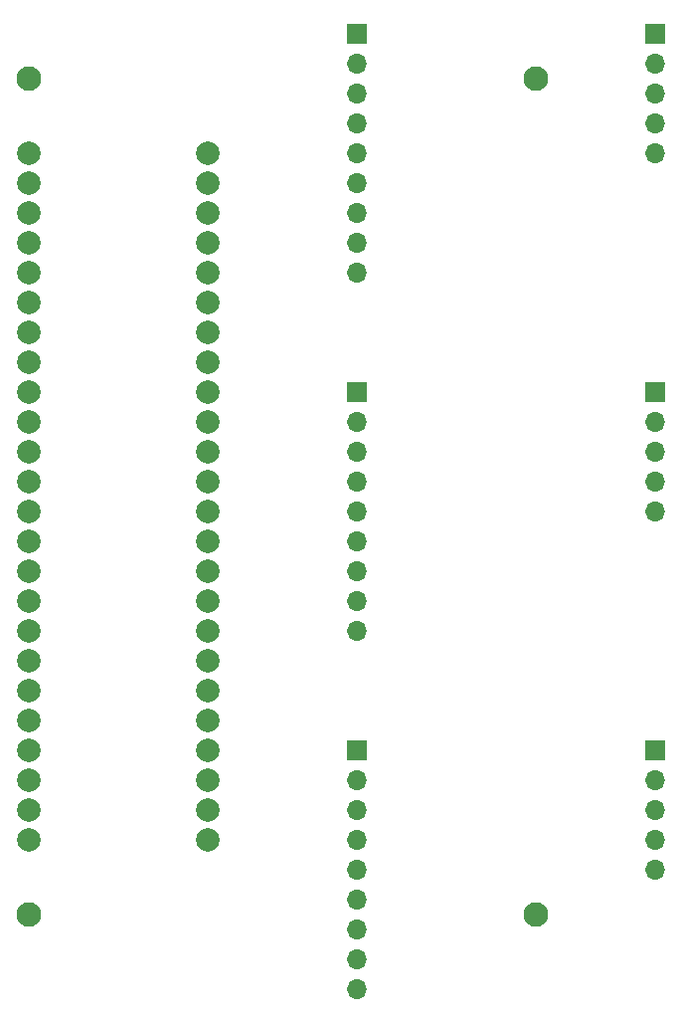
<source format=gbr>
%TF.GenerationSoftware,KiCad,Pcbnew,7.0.7*%
%TF.CreationDate,2024-03-24T00:47:58-04:00*%
%TF.ProjectId,Ground Reciever,47726f75-6e64-4205-9265-636965766572,rev?*%
%TF.SameCoordinates,Original*%
%TF.FileFunction,Soldermask,Bot*%
%TF.FilePolarity,Negative*%
%FSLAX46Y46*%
G04 Gerber Fmt 4.6, Leading zero omitted, Abs format (unit mm)*
G04 Created by KiCad (PCBNEW 7.0.7) date 2024-03-24 00:47:58*
%MOMM*%
%LPD*%
G01*
G04 APERTURE LIST*
%ADD10R,1.700000X1.700000*%
%ADD11O,1.700000X1.700000*%
%ADD12C,2.100000*%
%ADD13C,2.000000*%
G04 APERTURE END LIST*
D10*
%TO.C,J3*%
X152400000Y-85090000D03*
D11*
X152400000Y-87630000D03*
X152400000Y-90170000D03*
X152400000Y-92710000D03*
X152400000Y-95250000D03*
X152400000Y-97790000D03*
X152400000Y-100330000D03*
X152400000Y-102870000D03*
X152400000Y-105410000D03*
%TD*%
D12*
%TO.C,H1*%
X167640000Y-129540000D03*
%TD*%
%TO.C,H4*%
X124460000Y-58420000D03*
%TD*%
D10*
%TO.C,J2*%
X177800000Y-54610000D03*
D11*
X177800000Y-57150000D03*
X177800000Y-59690000D03*
X177800000Y-62230000D03*
X177800000Y-64770000D03*
%TD*%
D13*
%TO.C,Teensy4.1*%
X124460000Y-64770000D03*
X124460000Y-67310000D03*
X124460000Y-69850000D03*
X124460000Y-72390000D03*
X124460000Y-74930000D03*
X124460000Y-77470000D03*
X124460000Y-80010000D03*
X124460000Y-82550000D03*
X124460000Y-85090000D03*
X124460000Y-87630000D03*
X124460000Y-90170000D03*
X124460000Y-92710000D03*
X124460000Y-95250000D03*
X124460000Y-97790000D03*
X124460000Y-100330000D03*
X124460000Y-102870000D03*
X124460000Y-105410000D03*
X124460000Y-107950000D03*
X124460000Y-110490000D03*
X124460000Y-113030000D03*
X124460000Y-115570000D03*
X124460000Y-118110000D03*
X124460000Y-120650000D03*
X124460000Y-123190000D03*
X139700000Y-123190000D03*
X139700000Y-120650000D03*
X139700000Y-118110000D03*
X139700000Y-115570000D03*
X139700000Y-113030000D03*
X139700000Y-110490000D03*
X139700000Y-107950000D03*
X139700000Y-105410000D03*
X139700000Y-102870000D03*
X139700000Y-100330000D03*
X139700000Y-97790000D03*
X139700000Y-95250000D03*
X139700000Y-92710000D03*
X139700000Y-90170000D03*
X139700000Y-87630000D03*
X139700000Y-85090000D03*
X139700000Y-82550000D03*
X139700000Y-80010000D03*
X139700000Y-77470000D03*
X139700000Y-74930000D03*
X139700000Y-72390000D03*
X139700000Y-69850000D03*
X139700000Y-67310000D03*
X139700000Y-64770000D03*
%TD*%
D10*
%TO.C,J5*%
X152400000Y-115570000D03*
D11*
X152400000Y-118110000D03*
X152400000Y-120650000D03*
X152400000Y-123190000D03*
X152400000Y-125730000D03*
X152400000Y-128270000D03*
X152400000Y-130810000D03*
X152400000Y-133350000D03*
X152400000Y-135890000D03*
%TD*%
D12*
%TO.C,H3*%
X167640000Y-58420000D03*
%TD*%
D10*
%TO.C,J6*%
X177800000Y-115570000D03*
D11*
X177800000Y-118110000D03*
X177800000Y-120650000D03*
X177800000Y-123190000D03*
X177800000Y-125730000D03*
%TD*%
D12*
%TO.C,H2*%
X124460000Y-129540000D03*
%TD*%
D10*
%TO.C,J4*%
X177800000Y-85090000D03*
D11*
X177800000Y-87630000D03*
X177800000Y-90170000D03*
X177800000Y-92710000D03*
X177800000Y-95250000D03*
%TD*%
D10*
%TO.C,J1*%
X152400000Y-54610000D03*
D11*
X152400000Y-57150000D03*
X152400000Y-59690000D03*
X152400000Y-62230000D03*
X152400000Y-64770000D03*
X152400000Y-67310000D03*
X152400000Y-69850000D03*
X152400000Y-72390000D03*
X152400000Y-74930000D03*
%TD*%
M02*

</source>
